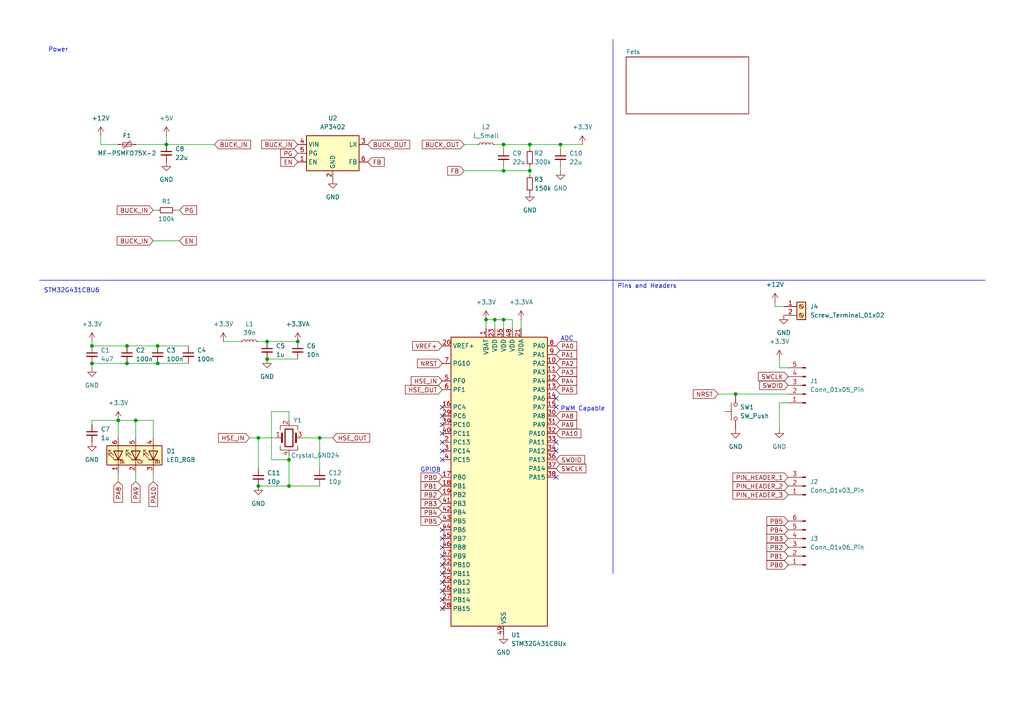
<source format=kicad_sch>
(kicad_sch (version 20230121) (generator eeschema)
  (paper "A4")
  (title_block (title "HDD Payload ESC") (date "2024-09-01") (rev "1"))
  (lib_symbols
    (symbol "Connector:Conn_01x03_Pin" (pin_names (offset 1.016) hide)
      (property "Reference" "J" (at 0 5.08 0))
      (property "Value" "Conn_01x03_Pin" (at 0 -5.08 0))
      (symbol "Conn_01x03_Pin_1_1"
        (polyline (pts (xy 1.27 -2.54) (xy 0.8636 -2.54)) (stroke (width 0.1524)))
        (polyline (pts (xy 1.27 0) (xy 0.8636 0)) (stroke (width 0.1524)))
        (polyline (pts (xy 1.27 2.54) (xy 0.8636 2.54)) (stroke (width 0.1524)))
        (rectangle (start 0.8636 -2.413) (end 0 -2.667) (stroke (width 0.1524)) (fill (type outline)))
        (rectangle (start 0.8636 0.127) (end 0 -0.127) (stroke (width 0.1524)) (fill (type outline)))
        (rectangle (start 0.8636 2.667) (end 0 2.413) (stroke (width 0.1524)) (fill (type outline)))
        (pin passive line (at 5.08 2.54 180) (length 3.81) (name "Pin_1") (number "1"))
        (pin passive line (at 5.08 0 180) (length 3.81) (name "Pin_2") (number "2"))
        (pin passive line (at 5.08 -2.54 180) (length 3.81) (name "Pin_3") (number "3"))
      )
    )
    (symbol "Connector:Conn_01x05_Pin" (pin_names (offset 1.016) hide)
      (property "Reference" "J" (at 0 7.62 0))
      (property "Value" "Conn_01x05_Pin" (at 0 -7.62 0))
      (symbol "Conn_01x05_Pin_1_1"
        (polyline (pts (xy 1.27 -5.08) (xy 0.8636 -5.08)) (stroke (width 0.1524)))
        (polyline (pts (xy 1.27 -2.54) (xy 0.8636 -2.54)) (stroke (width 0.1524)))
        (polyline (pts (xy 1.27 0) (xy 0.8636 0)) (stroke (width 0.1524)))
        (polyline (pts (xy 1.27 2.54) (xy 0.8636 2.54)) (stroke (width 0.1524)))
        (polyline (pts (xy 1.27 5.08) (xy 0.8636 5.08)) (stroke (width 0.1524)))
        (rectangle (start 0.8636 -4.953) (end 0 -5.207) (stroke (width 0.1524)) (fill (type outline)))
        (rectangle (start 0.8636 -2.413) (end 0 -2.667) (stroke (width 0.1524)) (fill (type outline)))
        (rectangle (start 0.8636 0.127) (end 0 -0.127) (stroke (width 0.1524)) (fill (type outline)))
        (rectangle (start 0.8636 2.667) (end 0 2.413) (stroke (width 0.1524)) (fill (type outline)))
        (rectangle (start 0.8636 5.207) (end 0 4.953) (stroke (width 0.1524)) (fill (type outline)))
        (pin passive line (at 5.08 5.08 180) (length 3.81) (name "Pin_1") (number "1"))
        (pin passive line (at 5.08 2.54 180) (length 3.81) (name "Pin_2") (number "2"))
        (pin passive line (at 5.08 0 180) (length 3.81) (name "Pin_3") (number "3"))
        (pin passive line (at 5.08 -2.54 180) (length 3.81) (name "Pin_4") (number "4"))
        (pin passive line (at 5.08 -5.08 180) (length 3.81) (name "Pin_5") (number "5"))
      )
    )
    (symbol "Connector:Conn_01x06_Pin" (pin_names (offset 1.016) hide)
      (property "Reference" "J" (at 0 7.62 0))
      (property "Value" "Conn_01x06_Pin" (at 0 -10.16 0))
      (symbol "Conn_01x06_Pin_1_1"
        (polyline (pts (xy 1.27 -7.62) (xy 0.8636 -7.62)) (stroke (width 0.1524)))
        (polyline (pts (xy 1.27 -5.08) (xy 0.8636 -5.08)) (stroke (width 0.1524)))
        (polyline (pts (xy 1.27 -2.54) (xy 0.8636 -2.54)) (stroke (width 0.1524)))
        (polyline (pts (xy 1.27 0) (xy 0.8636 0)) (stroke (width 0.1524)))
        (polyline (pts (xy 1.27 2.54) (xy 0.8636 2.54)) (stroke (width 0.1524)))
        (polyline (pts (xy 1.27 5.08) (xy 0.8636 5.08)) (stroke (width 0.1524)))
        (rectangle (start 0.8636 -7.493) (end 0 -7.747) (stroke (width 0.1524)) (fill (type outline)))
        (rectangle (start 0.8636 -4.953) (end 0 -5.207) (stroke (width 0.1524)) (fill (type outline)))
        (rectangle (start 0.8636 -2.413) (end 0 -2.667) (stroke (width 0.1524)) (fill (type outline)))
        (rectangle (start 0.8636 0.127) (end 0 -0.127) (stroke (width 0.1524)) (fill (type outline)))
        (rectangle (start 0.8636 2.667) (end 0 2.413) (stroke (width 0.1524)) (fill (type outline)))
        (rectangle (start 0.8636 5.207) (end 0 4.953) (stroke (width 0.1524)) (fill (type outline)))
        (pin passive line (at 5.08 5.08 180) (length 3.81) (name "Pin_1") (number "1"))
        (pin passive line (at 5.08 2.54 180) (length 3.81) (name "Pin_2") (number "2"))
        (pin passive line (at 5.08 0 180) (length 3.81) (name "Pin_3") (number "3"))
        (pin passive line (at 5.08 -2.54 180) (length 3.81) (name "Pin_4") (number "4"))
        (pin passive line (at 5.08 -5.08 180) (length 3.81) (name "Pin_5") (number "5"))
        (pin passive line (at 5.08 -7.62 180) (length 3.81) (name "Pin_6") (number "6"))
      )
    )
    (symbol "Connector:Screw_Terminal_01x02" (pin_names (offset 1.016) hide)
      (property "Reference" "J" (at 0 2.54 0))
      (property "Value" "Screw_Terminal_01x02" (at 0 -5.08 0))
      (symbol "Screw_Terminal_01x02_1_1"
        (rectangle (start -1.27 1.27) (end 1.27 -3.81) (stroke (width 0.254)) (fill (type background)))
        (circle (center 0 -2.54) (radius 0.635) (stroke (width 0.1524)))
        (polyline (pts (xy -0.5334 -2.2098) (xy 0.3302 -3.048)) (stroke (width 0.1524)))
        (polyline (pts (xy -0.5334 0.3302) (xy 0.3302 -0.508)) (stroke (width 0.1524)))
        (polyline (pts (xy -0.3556 -2.032) (xy 0.508 -2.8702)) (stroke (width 0.1524)))
        (polyline (pts (xy -0.3556 0.508) (xy 0.508 -0.3302)) (stroke (width 0.1524)))
        (circle (center 0 0) (radius 0.635) (stroke (width 0.1524)))
        (pin passive line (at -5.08 0 0) (length 3.81) (name "Pin_1") (number "1"))
        (pin passive line (at -5.08 -2.54 0) (length 3.81) (name "Pin_2") (number "2"))
      )
    )
    (symbol "Device:C_Small" (pin_numbers hide) (pin_names (offset 0.254) hide)
      (property "Reference" "C" (at 0.254 1.778 0))
      (property "Value" "C_Small" (at 0.254 -2.032 0))
      (symbol "C_Small_0_1"
        (polyline (pts (xy -1.524 -0.508) (xy 1.524 -0.508)) (stroke (width 0.3302)))
        (polyline (pts (xy -1.524 0.508) (xy 1.524 0.508)) (stroke (width 0.3048)))
      )
      (symbol "C_Small_1_1"
        (pin passive line (at 0 2.54 270) (length 2.032) (name "~") (number "1"))
        (pin passive line (at 0 -2.54 90) (length 2.032) (name "~") (number "2"))
      )
    )
    (symbol "Device:Crystal_GND24" (pin_names (offset 1.016) hide)
      (property "Reference" "Y" (at 3.175 5.08 0))
      (property "Value" "Crystal_GND24" (at 3.175 3.175 0))
      (symbol "Crystal_GND24_0_1"
        (rectangle (start -1.143 2.54) (end 1.143 -2.54) (stroke (width 0.3048)))
        (polyline (pts (xy -2.54 0) (xy -2.032 0)))
        (polyline (pts (xy -2.032 -1.27) (xy -2.032 1.27)) (stroke (width 0.508)))
        (polyline (pts (xy 0 -3.81) (xy 0 -3.556)))
        (polyline (pts (xy 0 3.556) (xy 0 3.81)))
        (polyline (pts (xy 2.032 -1.27) (xy 2.032 1.27)) (stroke (width 0.508)))
        (polyline (pts (xy 2.032 0) (xy 2.54 0)))
        (polyline (pts (xy -2.54 -2.286) (xy -2.54 -3.556) (xy 2.54 -3.556) (xy 2.54 -2.286)))
        (polyline (pts (xy -2.54 2.286) (xy -2.54 3.556) (xy 2.54 3.556) (xy 2.54 2.286)))
      )
      (symbol "Crystal_GND24_1_1"
        (pin passive line (at -3.81 0 0) (length 1.27) (name "1") (number "1"))
        (pin passive line (at 0 5.08 270) (length 1.27) (name "2") (number "2"))
        (pin passive line (at 3.81 0 180) (length 1.27) (name "3") (number "3"))
        (pin passive line (at 0 -5.08 90) (length 1.27) (name "4") (number "4"))
      )
    )
    (symbol "Device:LED_RGB" (pin_names (offset 0) hide)
      (property "Reference" "D" (at 0 9.398 0))
      (property "Value" "LED_RGB" (at 0 -8.89 0))
      (symbol "LED_RGB_0_0"
        (text "B" (at -1.905 -6.35 0) (effects (font (size 1.27 1.27))))
        (text "G" (at -1.905 -1.27 0) (effects (font (size 1.27 1.27))))
        (text "R" (at -1.905 3.81 0) (effects (font (size 1.27 1.27))))
      )
      (symbol "LED_RGB_0_1"
        (polyline (pts (xy -1.27 -5.08) (xy -2.54 -5.08)))
        (polyline (pts (xy -1.27 -5.08) (xy 1.27 -5.08)))
        (polyline (pts (xy -1.27 -3.81) (xy -1.27 -6.35)) (stroke (width 0.254)))
        (polyline (pts (xy -1.27 0) (xy -2.54 0)))
        (polyline (pts (xy -1.27 1.27) (xy -1.27 -1.27)) (stroke (width 0.254)))
        (polyline (pts (xy -1.27 5.08) (xy -2.54 5.08)))
        (polyline (pts (xy -1.27 5.08) (xy 1.27 5.08)))
        (polyline (pts (xy -1.27 6.35) (xy -1.27 3.81)) (stroke (width 0.254)))
        (polyline (pts (xy 1.27 -5.08) (xy 2.54 -5.08)))
        (polyline (pts (xy 1.27 0) (xy -1.27 0)))
        (polyline (pts (xy 1.27 0) (xy 2.54 0)))
        (polyline (pts (xy 1.27 5.08) (xy 2.54 5.08)))
        (polyline (pts (xy -1.27 1.27) (xy -1.27 -1.27) (xy -1.27 -1.27)))
        (polyline (pts (xy -1.27 6.35) (xy -1.27 3.81) (xy -1.27 3.81)))
        (polyline (pts (xy 1.27 -3.81) (xy 1.27 -6.35) (xy -1.27 -5.08) (xy 1.27 -3.81)) (stroke (width 0.254)))
        (polyline (pts (xy 1.27 1.27) (xy 1.27 -1.27) (xy -1.27 0) (xy 1.27 1.27)) (stroke (width 0.254)))
        (polyline (pts (xy 1.27 6.35) (xy 1.27 3.81) (xy -1.27 5.08) (xy 1.27 6.35)) (stroke (width 0.254)))
        (polyline (pts (xy -1.016 -3.81) (xy 0.508 -2.286) (xy -0.254 -2.286) (xy 0.508 -2.286) (xy 0.508 -3.048)))
        (polyline (pts (xy -1.016 1.27) (xy 0.508 2.794) (xy -0.254 2.794) (xy 0.508 2.794) (xy 0.508 2.032)))
        (polyline (pts (xy -1.016 6.35) (xy 0.508 7.874) (xy -0.254 7.874) (xy 0.508 7.874) (xy 0.508 7.112)))
        (polyline (pts (xy 0 -3.81) (xy 1.524 -2.286) (xy 0.762 -2.286) (xy 1.524 -2.286) (xy 1.524 -3.048)))
        (polyline (pts (xy 0 1.27) (xy 1.524 2.794) (xy 0.762 2.794) (xy 1.524 2.794) (xy 1.524 2.032)))
        (polyline (pts (xy 0 6.35) (xy 1.524 7.874) (xy 0.762 7.874) (xy 1.524 7.874) (xy 1.524 7.112)))
        (rectangle (start 1.27 -1.27) (end 1.27 1.27))
        (rectangle (start 1.27 1.27) (end 1.27 1.27))
        (rectangle (start 1.27 3.81) (end 1.27 6.35))
        (rectangle (start 1.27 6.35) (end 1.27 6.35))
        (rectangle (start 2.794 8.382) (end -2.794 -7.62) (stroke (width 0.254)) (fill (type background)))
      )
      (symbol "LED_RGB_1_1"
        (pin passive line (at -5.08 5.08 0) (length 2.54) (name "RK") (number "1"))
        (pin passive line (at -5.08 0 0) (length 2.54) (name "GK") (number "2"))
        (pin passive line (at -5.08 -5.08 0) (length 2.54) (name "BK") (number "3"))
        (pin passive line (at 5.08 -5.08 180) (length 2.54) (name "BA") (number "4"))
        (pin passive line (at 5.08 0 180) (length 2.54) (name "GA") (number "5"))
        (pin passive line (at 5.08 5.08 180) (length 2.54) (name "RA") (number "6"))
      )
    )
    (symbol "Device:L_Small" (pin_numbers hide) (pin_names (offset 0.254) hide)
      (property "Reference" "L" (at 0.762 1.016 0))
      (property "Value" "L_Small" (at 0.762 -1.016 0))
      (symbol "L_Small_0_1"
        (arc (start 0 -2.032) (mid 0.5058 -1.524) (end 0 -1.016))
        (arc (start 0 -1.016) (mid 0.5058 -0.508) (end 0 0))
        (arc (start 0 0) (mid 0.5058 0.508) (end 0 1.016))
        (arc (start 0 1.016) (mid 0.5058 1.524) (end 0 2.032))
      )
      (symbol "L_Small_1_1"
        (pin passive line (at 0 2.54 270) (length 0.508) (name "~") (number "1"))
        (pin passive line (at 0 -2.54 90) (length 0.508) (name "~") (number "2"))
      )
    )
    (symbol "Device:Polyfuse_Small" (pin_numbers hide) (pin_names (offset 0))
      (property "Reference" "F" (at -1.905 0 90))
      (property "Value" "Polyfuse_Small" (at 1.905 0 90))
      (symbol "Polyfuse_Small_0_1"
        (rectangle (start -0.508 1.27) (end 0.508 -1.27))
        (polyline (pts (xy 0 2.54) (xy 0 -2.54)))
        (polyline (pts (xy -1.016 1.27) (xy -1.016 0.762) (xy 1.016 -0.762) (xy 1.016 -1.27)))
      )
      (symbol "Polyfuse_Small_1_1"
        (pin passive line (at 0 2.54 270) (length 0.635) (name "~") (number "1"))
        (pin passive line (at 0 -2.54 90) (length 0.635) (name "~") (number "2"))
      )
    )
    (symbol "Device:R_Small" (pin_numbers hide) (pin_names (offset 0.254) hide)
      (property "Reference" "R" (at 0.762 0.508 0))
      (property "Value" "R_Small" (at 0.762 -1.016 0))
      (symbol "R_Small_0_1"
        (rectangle (start -0.762 1.778) (end 0.762 -1.778) (stroke (width 0.2032)))
      )
      (symbol "R_Small_1_1"
        (pin passive line (at 0 2.54 270) (length 0.762) (name "~") (number "1"))
        (pin passive line (at 0 -2.54 90) (length 0.762) (name "~") (number "2"))
      )
    )
    (symbol "MCU_ST_STM32G4:STM32G431CBUx"
      (property "Reference" "U" (at -12.7 44.45 0))
      (property "Value" "STM32G431CBUx" (at 10.16 44.45 0))
      (symbol "STM32G431CBUx_0_1"
        (rectangle (start -12.7 -40.64) (end 15.24 43.18) (stroke (width 0.254)) (fill (type background)))
      )
      (symbol "STM32G431CBUx_1_1"
        (pin power_in line (at -2.54 45.72 270) (length 2.54) (name "VBAT") (number "1"))
        (pin bidirectional line (at 17.78 35.56 180) (length 2.54) (name "PA2") (number "10"))
        (pin bidirectional line (at 17.78 33.02 180) (length 2.54) (name "PA3") (number "11"))
        (pin bidirectional line (at 17.78 30.48 180) (length 2.54) (name "PA4") (number "12"))
        (pin bidirectional line (at 17.78 27.94 180) (length 2.54) (name "PA5") (number "13"))
        (pin bidirectional line (at 17.78 25.4 180) (length 2.54) (name "PA6") (number "14"))
        (pin bidirectional line (at 17.78 22.86 180) (length 2.54) (name "PA7") (number "15"))
        (pin bidirectional line (at -15.24 22.86 0) (length 2.54) (name "PC4") (number "16"))
        (pin bidirectional line (at -15.24 2.54 0) (length 2.54) (name "PB0") (number "17"))
        (pin bidirectional line (at -15.24 0 0) (length 2.54) (name "PB1") (number "18"))
        (pin bidirectional line (at -15.24 -2.54 0) (length 2.54) (name "PB2") (number "19"))
        (pin bidirectional line (at -15.24 12.7 0) (length 2.54) (name "PC13") (number "2"))
        (pin input line (at -15.24 40.64 0) (length 2.54) (name "VREF+") (number "20"))
        (pin power_in line (at 7.62 45.72 270) (length 2.54) (name "VDDA") (number "21"))
        (pin bidirectional line (at -15.24 -22.86 0) (length 2.54) (name "PB10") (number "22"))
        (pin power_in line (at 0 45.72 270) (length 2.54) (name "VDD") (number "23"))
        (pin bidirectional line (at -15.24 -25.4 0) (length 2.54) (name "PB11") (number "24"))
        (pin bidirectional line (at -15.24 -27.94 0) (length 2.54) (name "PB12") (number "25"))
        (pin bidirectional line (at -15.24 -30.48 0) (length 2.54) (name "PB13") (number "26"))
        (pin bidirectional line (at -15.24 -33.02 0) (length 2.54) (name "PB14") (number "27"))
        (pin bidirectional line (at -15.24 -35.56 0) (length 2.54) (name "PB15") (number "28"))
        (pin bidirectional line (at -15.24 20.32 0) (length 2.54) (name "PC6") (number "29"))
        (pin bidirectional line (at -15.24 10.16 0) (length 2.54) (name "PC14") (number "3"))
        (pin bidirectional line (at 17.78 20.32 180) (length 2.54) (name "PA8") (number "30"))
        (pin bidirectional line (at 17.78 17.78 180) (length 2.54) (name "PA9") (number "31"))
        (pin bidirectional line (at 17.78 15.24 180) (length 2.54) (name "PA10") (number "32"))
        (pin bidirectional line (at 17.78 12.7 180) (length 2.54) (name "PA11") (number "33"))
        (pin bidirectional line (at 17.78 10.16 180) (length 2.54) (name "PA12") (number "34"))
        (pin power_in line (at 2.54 45.72 270) (length 2.54) (name "VDD") (number "35"))
        (pin bidirectional line (at 17.78 7.62 180) (length 2.54) (name "PA13") (number "36"))
        (pin bidirectional line (at 17.78 5.08 180) (length 2.54) (name "PA14") (number "37"))
        (pin bidirectional line (at 17.78 2.54 180) (length 2.54) (name "PA15") (number "38"))
        (pin bidirectional line (at -15.24 17.78 0) (length 2.54) (name "PC10") (number "39"))
        (pin bidirectional line (at -15.24 7.62 0) (length 2.54) (name "PC15") (number "4"))
        (pin bidirectional line (at -15.24 15.24 0) (length 2.54) (name "PC11") (number "40"))
        (pin bidirectional line (at -15.24 -5.08 0) (length 2.54) (name "PB3") (number "41"))
        (pin bidirectional line (at -15.24 -7.62 0) (length 2.54) (name "PB4") (number "42"))
        (pin bidirectional line (at -15.24 -10.16 0) (length 2.54) (name "PB5") (number "43"))
        (pin bidirectional line (at -15.24 -12.7 0) (length 2.54) (name "PB6") (number "44"))
        (pin bidirectional line (at -15.24 -15.24 0) (length 2.54) (name "PB7") (number "45"))
        (pin bidirectional line (at -15.24 -17.78 0) (length 2.54) (name "PB8") (number "46"))
        (pin bidirectional line (at -15.24 -20.32 0) (length 2.54) (name "PB9") (number "47"))
        (pin power_in line (at 5.08 45.72 270) (length 2.54) (name "VDD") (number "48"))
        (pin power_in line (at 2.54 -43.18 90) (length 2.54) (name "VSS") (number "49"))
        (pin bidirectional line (at -15.24 30.48 0) (length 2.54) (name "PF0") (number "5"))
        (pin bidirectional line (at -15.24 27.94 0) (length 2.54) (name "PF1") (number "6"))
        (pin bidirectional line (at -15.24 35.56 0) (length 2.54) (name "PG10") (number "7"))
        (pin bidirectional line (at 17.78 40.64 180) (length 2.54) (name "PA0") (number "8"))
        (pin bidirectional line (at 17.78 38.1 180) (length 2.54) (name "PA1") (number "9"))
      )
    )
    (symbol "Regulator_Switching:AP3402"
      (property "Reference" "U" (at -7.62 6.35 0))
      (property "Value" "AP3402" (at 5.08 6.35 0))
      (symbol "AP3402_0_1"
        (rectangle (start -7.62 5.08) (end 7.62 -5.08) (stroke (width 0.254)) (fill (type background)))
      )
      (symbol "AP3402_1_1"
        (pin input line (at -10.16 -2.54 0) (length 2.54) (name "EN") (number "1"))
        (pin power_in line (at 0 -7.62 90) (length 2.54) (name "GND") (number "2"))
        (pin power_out line (at 10.16 2.54 180) (length 2.54) (name "LX") (number "3"))
        (pin power_in line (at -10.16 2.54 0) (length 2.54) (name "VIN") (number "4"))
        (pin input line (at -10.16 0 0) (length 2.54) (name "PG") (number "5"))
        (pin input line (at 10.16 -2.54 180) (length 2.54) (name "FB") (number "6"))
      )
    )
    (symbol "Switch:SW_Push" (pin_numbers hide) (pin_names (offset 1.016) hide)
      (property "Reference" "SW" (at 1.27 2.54 0))
      (property "Value" "SW_Push" (at 0 -1.524 0))
      (symbol "SW_Push_0_1"
        (circle (center -2.032 0) (radius 0.508))
        (polyline (pts (xy 0 1.27) (xy 0 3.048)))
        (polyline (pts (xy 2.54 1.27) (xy -2.54 1.27)))
        (circle (center 2.032 0) (radius 0.508))
        (pin passive line (at -5.08 0 0) (length 2.54) (name "1") (number "1"))
        (pin passive line (at 5.08 0 180) (length 2.54) (name "2") (number "2"))
      )
    )
    (symbol "power:+12V" (power) (pin_names (offset 0))
      (property "Value" "+12V" (at 0 3.556 0))
      (symbol "+12V_0_1"
        (polyline (pts (xy -0.762 1.27) (xy 0 2.54)))
        (polyline (pts (xy 0 0) (xy 0 2.54)))
        (polyline (pts (xy 0 2.54) (xy 0.762 1.27)))
      )
      (symbol "+12V_1_1"
        (pin power_in line (at 0 0 90) (length 0) hide (name "+12V") (number "1"))
      )
    )
    (symbol "power:+3.3V" (power) (pin_names (offset 0))
      (property "Value" "+3.3V" (at 0 3.556 0))
      (symbol "+3.3V_0_1"
        (polyline (pts (xy -0.762 1.27) (xy 0 2.54)))
        (polyline (pts (xy 0 0) (xy 0 2.54)))
        (polyline (pts (xy 0 2.54) (xy 0.762 1.27)))
      )
      (symbol "+3.3V_1_1"
        (pin power_in line (at 0 0 90) (length 0) hide (name "+3.3V") (number "1"))
      )
    )
    (symbol "power:+3.3VA" (power) (pin_names (offset 0))
      (property "Value" "+3.3VA" (at 0 3.556 0))
      (symbol "+3.3VA_0_1"
        (polyline (pts (xy -0.762 1.27) (xy 0 2.54)))
        (polyline (pts (xy 0 0) (xy 0 2.54)))
        (polyline (pts (xy 0 2.54) (xy 0.762 1.27)))
      )
      (symbol "+3.3VA_1_1"
        (pin power_in line (at 0 0 90) (length 0) hide (name "+3.3VA") (number "1"))
      )
    )
    (symbol "power:+5V" (power) (pin_names (offset 0))
      (property "Value" "+5V" (at 0 3.556 0))
      (symbol "+5V_0_1"
        (polyline (pts (xy -0.762 1.27) (xy 0 2.54)))
        (polyline (pts (xy 0 0) (xy 0 2.54)))
        (polyline (pts (xy 0 2.54) (xy 0.762 1.27)))
      )
      (symbol "+5V_1_1"
        (pin power_in line (at 0 0 90) (length 0) hide (name "+5V") (number "1"))
      )
    )
    (symbol "power:GND" (power) (pin_names (offset 0))
      (property "Value" "GND" (at 0 -3.81 0))
      (symbol "GND_0_1"
        (polyline (pts (xy 0 0) (xy 0 -1.27) (xy 1.27 -1.27) (xy 0 -2.54) (xy -1.27 -1.27) (xy 0 -1.27)))
      )
      (symbol "GND_1_1"
        (pin power_in line (at 0 0 270) (length 0) hide (name "GND") (number "1"))
      )
    )
  )
  (junction (at 34.29 121.92))
  (junction (at 39.37 121.92))
  (junction (at 74.93 127))
  (junction (at 92.71 127))
  (junction (at 77.47 99.06))
  (junction (at 77.47 104.14))
  (junction (at 213.36 114.3))
  (junction (at 162.56 41.91))
  (junction (at 146.05 49.53))
  (junction (at 83.82 140.97))
  (junction (at 36.83 100.33))
  (junction (at 48.26 41.91))
  (junction (at 26.67 105.41))
  (junction (at 86.36 99.06))
  (junction (at 36.83 105.41))
  (junction (at 153.67 49.53))
  (junction (at 83.82 133.35))
  (junction (at 153.67 41.91))
  (junction (at 74.93 140.97))
  (junction (at 143.51 92.71))
  (junction (at 45.72 105.41))
  (junction (at 45.72 100.33))
  (junction (at 146.05 92.71))
  (junction (at 140.97 92.71))
  (junction (at 146.05 41.91))
  (junction (at 26.67 100.33))
  (no_connect (at 128.27 123.19))
  (no_connect (at 128.27 133.35))
  (no_connect (at 128.27 156.21))
  (no_connect (at 161.29 138.43))
  (no_connect (at 128.27 128.27))
  (no_connect (at 161.29 130.81))
  (no_connect (at 128.27 118.11))
  (no_connect (at 161.29 118.11))
  (no_connect (at 161.29 115.57))
  (no_connect (at 128.27 171.45))
  (no_connect (at 128.27 153.67))
  (no_connect (at 128.27 168.91))
  (no_connect (at 128.27 163.83))
  (no_connect (at 128.27 161.29))
  (no_connect (at 128.27 120.65))
  (no_connect (at 128.27 125.73))
  (no_connect (at 128.27 158.75))
  (no_connect (at 128.27 173.99))
  (no_connect (at 161.29 128.27))
  (no_connect (at 128.27 130.81))
  (no_connect (at 128.27 166.37))
  (no_connect (at 128.27 176.53))
  (wire (pts (xy 83.82 121.92) (xy 83.82 119.38)))
  (wire (pts (xy 228.6 116.84) (xy 226.06 116.84)))
  (wire (pts (xy 162.56 48.26) (xy 162.56 49.53)))
  (wire (pts (xy 72.39 127) (xy 74.93 127)))
  (wire (pts (xy 45.72 100.33) (xy 54.61 100.33)))
  (wire (pts (xy 83.82 140.97) (xy 92.71 140.97)))
  (wire (pts (xy 26.67 100.33) (xy 36.83 100.33)))
  (wire (pts (xy 224.79 88.9) (xy 227.33 88.9)))
  (wire (pts (xy 74.93 127) (xy 80.01 127)))
  (wire (pts (xy 146.05 41.91) (xy 153.67 41.91)))
  (wire (pts (xy 77.47 104.14) (xy 86.36 104.14)))
  (wire (pts (xy 83.82 132.08) (xy 83.82 133.35)))
  (wire (pts (xy 226.06 116.84) (xy 226.06 124.46)))
  (wire (pts (xy 34.29 137.16) (xy 34.29 139.7)))
  (wire (pts (xy 45.72 105.41) (xy 54.61 105.41)))
  (wire (pts (xy 36.83 105.41) (xy 45.72 105.41)))
  (wire (pts (xy 148.59 92.71) (xy 148.59 95.25)))
  (wire (pts (xy 39.37 41.91) (xy 48.26 41.91)))
  (wire (pts (xy 224.79 87.63) (xy 224.79 88.9)))
  (wire (pts (xy 143.51 92.71) (xy 146.05 92.71)))
  (wire (pts (xy 44.45 137.16) (xy 44.45 139.7)))
  (wire (pts (xy 48.26 39.37) (xy 48.26 41.91)))
  (wire (pts (xy 29.21 41.91) (xy 34.29 41.91)))
  (wire (pts (xy 77.47 99.06) (xy 74.93 99.06)))
  (wire (pts (xy 74.93 127) (xy 74.93 135.89)))
  (wire (pts (xy 146.05 49.53) (xy 153.67 49.53)))
  (wire (pts (xy 50.8 60.96) (xy 52.07 60.96)))
  (polyline (pts (xy 177.8 81.28) (xy 285.75 81.28)))
  (wire (pts (xy 143.51 41.91) (xy 146.05 41.91)))
  (wire (pts (xy 78.74 133.35) (xy 83.82 133.35)))
  (wire (pts (xy 226.06 104.14) (xy 226.06 106.68)))
  (wire (pts (xy 39.37 121.92) (xy 44.45 121.92)))
  (wire (pts (xy 26.67 121.92) (xy 26.67 123.19)))
  (polyline (pts (xy 177.8 166.37) (xy 177.8 81.28)))
  (wire (pts (xy 226.06 106.68) (xy 228.6 106.68)))
  (wire (pts (xy 44.45 60.96) (xy 45.72 60.96)))
  (wire (pts (xy 34.29 121.92) (xy 26.67 121.92)))
  (wire (pts (xy 64.77 99.06) (xy 69.85 99.06)))
  (wire (pts (xy 162.56 41.91) (xy 168.91 41.91)))
  (wire (pts (xy 34.29 121.92) (xy 34.29 127)))
  (wire (pts (xy 162.56 41.91) (xy 162.56 43.18)))
  (wire (pts (xy 44.45 69.85) (xy 52.07 69.85)))
  (wire (pts (xy 36.83 100.33) (xy 45.72 100.33)))
  (wire (pts (xy 92.71 127) (xy 92.71 135.89)))
  (wire (pts (xy 77.47 99.06) (xy 86.36 99.06)))
  (wire (pts (xy 140.97 92.71) (xy 140.97 95.25)))
  (wire (pts (xy 26.67 105.41) (xy 36.83 105.41)))
  (wire (pts (xy 39.37 137.16) (xy 39.37 139.7)))
  (wire (pts (xy 34.29 121.92) (xy 39.37 121.92)))
  (wire (pts (xy 140.97 92.71) (xy 143.51 92.71)))
  (wire (pts (xy 143.51 92.71) (xy 143.51 95.25)))
  (wire (pts (xy 83.82 133.35) (xy 83.82 140.97)))
  (wire (pts (xy 146.05 92.71) (xy 146.05 95.25)))
  (wire (pts (xy 146.05 92.71) (xy 148.59 92.71)))
  (wire (pts (xy 134.62 49.53) (xy 146.05 49.53)))
  (wire (pts (xy 87.63 127) (xy 92.71 127)))
  (wire (pts (xy 153.67 48.26) (xy 153.67 49.53)))
  (wire (pts (xy 39.37 121.92) (xy 39.37 127)))
  (wire (pts (xy 92.71 127) (xy 96.52 127)))
  (polyline (pts (xy 177.8 11.43) (xy 177.8 81.28)))
  (wire (pts (xy 26.67 105.41) (xy 26.67 106.68)))
  (wire (pts (xy 153.67 41.91) (xy 153.67 43.18)))
  (wire (pts (xy 153.67 49.53) (xy 153.67 50.8)))
  (wire (pts (xy 146.05 48.26) (xy 146.05 49.53)))
  (wire (pts (xy 146.05 41.91) (xy 146.05 43.18)))
  (wire (pts (xy 153.67 41.91) (xy 162.56 41.91)))
  (wire (pts (xy 134.62 41.91) (xy 138.43 41.91)))
  (wire (pts (xy 208.28 114.3) (xy 213.36 114.3)))
  (polyline (pts (xy 11.43 81.28) (xy 177.8 81.28)))
  (wire (pts (xy 74.93 140.97) (xy 83.82 140.97)))
  (wire (pts (xy 213.36 114.3) (xy 228.6 114.3)))
  (wire (pts (xy 29.21 39.37) (xy 29.21 41.91)))
  (wire (pts (xy 26.67 100.33) (xy 26.67 99.06)))
  (wire (pts (xy 78.74 119.38) (xy 78.74 133.35)))
  (wire (pts (xy 151.13 92.71) (xy 151.13 95.25)))
  (wire (pts (xy 44.45 121.92) (xy 44.45 127)))
  (wire (pts (xy 48.26 41.91) (xy 62.23 41.91)))
  (wire (pts (xy 83.82 119.38) (xy 78.74 119.38)))
  (text "Pins and Headers" (at 179.07 83.82 0) (effects (font (size 1.27 1.27)) (justify left bottom)))
  (text "GPIOB" (at 121.92 137.16 0) (effects (font (size 1.27 1.27)) (justify left bottom)))
  (text "PWM Capable" (at 162.56 119.38 0) (effects (font (size 1.27 1.27)) (justify left bottom)))
  (text "ADC" (at 162.56 99.06 0) (effects (font (size 1.27 1.27)) (justify left bottom)))
  (text "STM32G431CBU6" (at 12.7 85.09 0) (effects (font (size 1.27 1.27)) (justify left bottom)))
  (text "Power" (at 13.97 15.24 0) (effects (font (size 1.27 1.27)) (justify left bottom)))
  (global_label "NRST" (shape input) (at 128.27 105.41 180) (property "Intersheetrefs" "${INTERSHEET_REFS}" (effects hide)))
  (global_label "BUCK_IN" (shape input) (at 62.23 41.91 0) (property "Intersheetrefs" "${INTERSHEET_REFS}" (effects hide)))
  (global_label "PB1" (shape input) (at 128.27 140.97 180) (property "Intersheetrefs" "${INTERSHEET_REFS}" (effects hide)))
  (global_label "PA10" (shape input) (at 44.45 139.7 270) (property "Intersheetrefs" "${INTERSHEET_REFS}" (effects hide)))
  (global_label "BUCK_IN" (shape input) (at 44.45 69.85 180) (property "Intersheetrefs" "${INTERSHEET_REFS}" (effects hide)))
  (global_label "SWDIO" (shape input) (at 228.6 111.76 180) (property "Intersheetrefs" "${INTERSHEET_REFS}" (effects hide)))
  (global_label "SWDIO" (shape input) (at 161.29 133.35 0) (property "Intersheetrefs" "${INTERSHEET_REFS}" (effects hide)))
  (global_label "FB" (shape input) (at 106.68 46.99 0) (property "Intersheetrefs" "${INTERSHEET_REFS}" (effects hide)))
  (global_label "FB" (shape input) (at 134.62 49.53 180) (property "Intersheetrefs" "${INTERSHEET_REFS}" (effects hide)))
  (global_label "PB4" (shape input) (at 228.6 153.67 180) (property "Intersheetrefs" "${INTERSHEET_REFS}" (effects hide)))
  (global_label "PA10" (shape input) (at 161.29 125.73 0) (property "Intersheetrefs" "${INTERSHEET_REFS}" (effects hide)))
  (global_label "PA2" (shape input) (at 161.29 105.41 0) (property "Intersheetrefs" "${INTERSHEET_REFS}" (effects hide)))
  (global_label "PA8" (shape input) (at 34.29 139.7 270) (property "Intersheetrefs" "${INTERSHEET_REFS}" (effects hide)))
  (global_label "PA9" (shape input) (at 161.29 123.19 0) (property "Intersheetrefs" "${INTERSHEET_REFS}" (effects hide)))
  (global_label "PB0" (shape input) (at 128.27 138.43 180) (property "Intersheetrefs" "${INTERSHEET_REFS}" (effects hide)))
  (global_label "PB3" (shape input) (at 128.27 146.05 180) (property "Intersheetrefs" "${INTERSHEET_REFS}" (effects hide)))
  (global_label "HSE_OUT" (shape input) (at 128.27 113.03 180) (property "Intersheetrefs" "${INTERSHEET_REFS}" (effects hide)))
  (global_label "PIN_HEADER_2" (shape input) (at 228.6 140.97 180) (property "Intersheetrefs" "${INTERSHEET_REFS}" (effects hide)))
  (global_label "HSE_IN" (shape input) (at 128.27 110.49 180) (property "Intersheetrefs" "${INTERSHEET_REFS}" (effects hide)))
  (global_label "PA0" (shape input) (at 161.29 100.33 0) (property "Intersheetrefs" "${INTERSHEET_REFS}" (effects hide)))
  (global_label "SWCLK" (shape input) (at 228.6 109.22 180) (property "Intersheetrefs" "${INTERSHEET_REFS}" (effects hide)))
  (global_label "PB2" (shape input) (at 228.6 158.75 180) (property "Intersheetrefs" "${INTERSHEET_REFS}" (effects hide)))
  (global_label "NRST" (shape input) (at 208.28 114.3 180) (property "Intersheetrefs" "${INTERSHEET_REFS}" (effects hide)))
  (global_label "BUCK_IN" (shape input) (at 44.45 60.96 180) (property "Intersheetrefs" "${INTERSHEET_REFS}" (effects hide)))
  (global_label "SWCLK" (shape input) (at 161.29 135.89 0) (property "Intersheetrefs" "${INTERSHEET_REFS}" (effects hide)))
  (global_label "PA1" (shape input) (at 161.29 102.87 0) (property "Intersheetrefs" "${INTERSHEET_REFS}" (effects hide)))
  (global_label "EN" (shape input) (at 52.07 69.85 0) (property "Intersheetrefs" "${INTERSHEET_REFS}" (effects hide)))
  (global_label "PG" (shape input) (at 86.36 44.45 180) (property "Intersheetrefs" "${INTERSHEET_REFS}" (effects hide)))
  (global_label "PB3" (shape input) (at 228.6 156.21 180) (property "Intersheetrefs" "${INTERSHEET_REFS}" (effects hide)))
  (global_label "PB1" (shape input) (at 228.6 161.29 180) (property "Intersheetrefs" "${INTERSHEET_REFS}" (effects hide)))
  (global_label "PA9" (shape input) (at 39.37 139.7 270) (property "Intersheetrefs" "${INTERSHEET_REFS}" (effects hide)))
  (global_label "BUCK_IN" (shape input) (at 86.36 41.91 180) (property "Intersheetrefs" "${INTERSHEET_REFS}" (effects hide)))
  (global_label "BUCK_OUT" (shape input) (at 106.68 41.91 0) (property "Intersheetrefs" "${INTERSHEET_REFS}" (effects hide)))
  (global_label "PA8" (shape input) (at 161.29 120.65 0) (property "Intersheetrefs" "${INTERSHEET_REFS}" (effects hide)))
  (global_label "PG" (shape input) (at 52.07 60.96 0) (property "Intersheetrefs" "${INTERSHEET_REFS}" (effects hide)))
  (global_label "PIN_HEADER_1" (shape input) (at 228.6 138.43 180) (property "Intersheetrefs" "${INTERSHEET_REFS}" (effects hide)))
  (global_label "VREF+" (shape input) (at 128.27 100.33 180) (property "Intersheetrefs" "${INTERSHEET_REFS}" (effects hide)))
  (global_label "PB2" (shape input) (at 128.27 143.51 180) (property "Intersheetrefs" "${INTERSHEET_REFS}" (effects hide)))
  (global_label "PA4" (shape input) (at 161.29 110.49 0) (property "Intersheetrefs" "${INTERSHEET_REFS}" (effects hide)))
  (global_label "EN" (shape input) (at 86.36 46.99 180) (property "Intersheetrefs" "${INTERSHEET_REFS}" (effects hide)))
  (global_label "PB5" (shape input) (at 128.27 151.13 180) (property "Intersheetrefs" "${INTERSHEET_REFS}" (effects hide)))
  (global_label "PB5" (shape input) (at 228.6 151.13 180) (property "Intersheetrefs" "${INTERSHEET_REFS}" (effects hide)))
  (global_label "BUCK_OUT" (shape input) (at 134.62 41.91 180) (property "Intersheetrefs" "${INTERSHEET_REFS}" (effects hide)))
  (global_label "PB4" (shape input) (at 128.27 148.59 180) (property "Intersheetrefs" "${INTERSHEET_REFS}" (effects hide)))
  (global_label "PB0" (shape input) (at 228.6 163.83 180) (property "Intersheetrefs" "${INTERSHEET_REFS}" (effects hide)))
  (global_label "PA3" (shape input) (at 161.29 107.95 0) (property "Intersheetrefs" "${INTERSHEET_REFS}" (effects hide)))
  (global_label "HSE_OUT" (shape input) (at 96.52 127 0) (property "Intersheetrefs" "${INTERSHEET_REFS}" (effects hide)))
  (global_label "HSE_IN" (shape input) (at 72.39 127 180) (property "Intersheetrefs" "${INTERSHEET_REFS}" (effects hide)))
  (global_label "PIN_HEADER_3" (shape input) (at 228.6 143.51 180) (property "Intersheetrefs" "${INTERSHEET_REFS}" (effects hide)))
  (global_label "PA5" (shape input) (at 161.29 113.03 0) (property "Intersheetrefs" "${INTERSHEET_REFS}" (effects hide)))
  (symbol (lib_id "Device:C_Small") (at 26.67 102.87 0) (unit 1)
    (property "Reference" "C1" (at 29.21 101.6063 0) (effects (justify left)))
    (property "Value" "4u7" (at 29.21 104.1463 0) (effects (justify left)))
  )
  (symbol (lib_id "Device:C_Small") (at 54.61 102.87 0) (unit 1)
    (property "Reference" "C4" (at 57.15 101.6063 0) (effects (justify left)))
    (property "Value" "100n" (at 57.15 104.1463 0) (effects (justify left)))
  )
  (symbol (lib_id "power:+3.3V") (at 26.67 99.06 0) (unit 1)
    (property "Reference" "#PWR03" (effects hide))
    (property "Value" "+3.3V" (at 26.67 93.98 0))
  )
  (symbol (lib_id "Device:C_Small") (at 36.83 102.87 0) (unit 1)
    (property "Reference" "C2" (at 39.37 101.6063 0) (effects (justify left)))
    (property "Value" "100n" (at 39.37 104.1463 0) (effects (justify left)))
  )
  (symbol (lib_id "Device:C_Small") (at 26.67 125.73 0) (unit 1)
    (property "Reference" "C7" (at 29.21 124.4663 0) (effects (justify left)))
    (property "Value" "1u" (at 29.21 127.0063 0) (effects (justify left)))
    (property "Footprint" "Capacitor_SMD:C_0402_1005Metric" (effects hide))
  )
  (symbol (lib_id "power:GND") (at 162.56 49.53 0) (unit 1)
    (property "Reference" "#PWR016" (effects hide))
    (property "Value" "GND" (at 162.56 54.61 0))
  )
  (symbol (lib_id "Device:C_Small") (at 74.93 138.43 0) (unit 1)
    (property "Reference" "C11" (at 77.47 137.1663 0) (effects (justify left)))
    (property "Value" "10p" (at 77.47 139.7063 0) (effects (justify left)))
    (property "Footprint" "Capacitor_SMD:C_0402_1005Metric" (effects hide))
  )
  (symbol (lib_id "Device:C_Small") (at 86.36 101.6 0) (unit 1)
    (property "Reference" "C6" (at 88.9 100.3363 0) (effects (justify left)))
    (property "Value" "10n" (at 88.9 102.8763 0) (effects (justify left)))
    (property "Footprint" "Capacitor_SMD:C_0402_1005Metric" (effects hide))
  )
  (symbol (lib_id "power:GND") (at 74.93 140.97 0) (unit 1)
    (property "Reference" "#PWR021" (effects hide))
    (property "Value" "GND" (at 74.93 146.05 0))
  )
  (symbol (lib_id "power:GND") (at 146.05 184.15 0) (unit 1)
    (property "Reference" "#PWR08" (effects hide))
    (property "Value" "GND" (at 146.05 189.23 0))
  )
  (symbol (lib_id "Device:C_Small") (at 77.47 101.6 0) (unit 1)
    (property "Reference" "C5" (at 80.01 100.3363 0) (effects (justify left)))
    (property "Value" "1u" (at 80.01 102.8763 0) (effects (justify left)))
    (property "Footprint" "Capacitor_SMD:C_0402_1005Metric" (effects hide))
  )
  (symbol (lib_id "Device:C_Small") (at 48.26 44.45 0) (unit 1)
    (property "Reference" "C8" (at 50.8 43.1863 0) (effects (justify left)))
    (property "Value" "22u" (at 50.8 45.7263 0) (effects (justify left)))
  )
  (symbol (lib_id "Device:R_Small") (at 153.67 53.34 180) (unit 1)
    (property "Reference" "R3" (at 156.21 52.07 0))
    (property "Value" "150k" (at 157.48 54.61 0))
  )
  (symbol (lib_id "Device:C_Small") (at 92.71 138.43 0) (unit 1)
    (property "Reference" "C12" (at 95.25 137.1663 0) (effects (justify left)))
    (property "Value" "10p" (at 95.25 139.7063 0) (effects (justify left)))
    (property "Footprint" "Capacitor_SMD:C_0402_1005Metric" (effects hide))
  )
  (symbol (lib_id "Connector:Conn_01x03_Pin") (at 233.68 140.97 180) (unit 1)
    (property "Reference" "J2" (at 234.95 139.7 0) (effects (justify right)))
    (property "Value" "Conn_01x03_Pin" (at 234.95 142.24 0) (effects (justify right)))
  )
  (symbol (lib_id "Device:C_Small") (at 45.72 102.87 0) (unit 1)
    (property "Reference" "C3" (at 48.26 101.6063 0) (effects (justify left)))
    (property "Value" "100n" (at 48.26 104.1463 0) (effects (justify left)))
  )
  (symbol (lib_id "Device:R_Small") (at 153.67 45.72 180) (unit 1)
    (property "Reference" "R2" (at 156.21 44.45 0))
    (property "Value" "300k" (at 157.48 46.99 0))
  )
  (symbol (lib_id "Device:L_Small") (at 140.97 41.91 90) (unit 1)
    (property "Reference" "L2" (at 140.97 36.83 90))
    (property "Value" "L_Small" (at 140.97 39.37 90))
  )
  (symbol (lib_id "Connector:Screw_Terminal_01x02") (at 232.41 88.9 0) (unit 1)
    (property "Reference" "J4" (at 234.95 88.9 0) (effects (justify left)))
    (property "Value" "Screw_Terminal_01x02" (at 234.95 91.44 0) (effects (justify left)))
  )
  (symbol (lib_id "power:GND") (at 227.33 91.44 0) (unit 1)
    (property "Reference" "#PWR023" (effects hide))
    (property "Value" "GND" (at 227.33 96.52 0))
  )
  (symbol (lib_id "Device:L_Small") (at 72.39 99.06 90) (unit 1)
    (property "Reference" "L1" (at 72.39 93.98 90))
    (property "Value" "39n" (at 72.39 96.52 90))
    (property "Footprint" "Inductor_SMD:L_0402_1005Metric" (effects hide))
  )
  (symbol (lib_id "Device:LED_RGB") (at 39.37 132.08 90) (unit 1)
    (property "Reference" "D1" (at 48.26 130.81 90) (effects (justify right)))
    (property "Value" "LED_RGB" (at 48.26 133.35 90) (effects (justify right)))
  )
  (symbol (lib_id "Connector:Conn_01x05_Pin") (at 233.68 111.76 180) (unit 1)
    (property "Reference" "J1" (at 234.95 110.49 0) (effects (justify right)))
    (property "Value" "Conn_01x05_Pin" (at 234.95 113.03 0) (effects (justify right)))
  )
  (symbol (lib_id "MCU_ST_STM32G4:STM32G431CBUx") (at 143.51 140.97 0) (unit 1)
    (property "Reference" "U1" (at 148.2441 184.15 0) (effects (justify left)))
    (property "Value" "STM32G431CBUx" (at 148.2441 186.69 0) (effects (justify left)))
    (property "Footprint" "Package_DFN_QFN:QFN-48-1EP_7x7mm_P0.5mm_EP5.6x5.6mm" (effects hide))
    (property "Datasheet" "https://www.st.com/resource/en/datasheet/stm32g431cb.pdf" (effects hide))
  )
  (symbol (lib_id "Switch:SW_Push") (at 213.36 119.38 90) (unit 1)
    (property "Reference" "SW1" (at 214.63 118.11 90) (effects (justify right)))
    (property "Value" "SW_Push" (at 214.63 120.65 90) (effects (justify right)))
  )
  (symbol (lib_id "Device:C_Small") (at 146.05 45.72 0) (unit 1)
    (property "Reference" "C9" (at 148.59 44.4563 0) (effects (justify left)))
    (property "Value" "22u" (at 148.59 46.9963 0) (effects (justify left)))
  )
  (symbol (lib_id "power:+5V") (at 48.26 39.37 0) (unit 1)
    (property "Reference" "#PWR014" (effects hide))
    (property "Value" "+5V" (at 48.26 34.29 0))
  )
  (symbol (lib_id "power:+3.3V") (at 34.29 121.92 0) (unit 1)
    (property "Reference" "#PWR09" (effects hide))
    (property "Value" "+3.3V" (at 34.29 116.84 0))
  )
  (symbol (lib_id "power:GND") (at 77.47 104.14 0) (unit 1)
    (property "Reference" "#PWR06" (effects hide))
    (property "Value" "GND" (at 77.47 109.22 0))
  )
  (symbol (lib_id "power:GND") (at 96.52 52.07 0) (unit 1)
    (property "Reference" "#PWR013" (effects hide))
    (property "Value" "GND" (at 96.52 57.15 0))
  )
  (symbol (lib_id "power:+12V") (at 224.79 87.63 0) (unit 1)
    (property "Reference" "#PWR022" (effects hide))
    (property "Value" "+12V" (at 224.79 82.55 0))
  )
  (symbol (lib_id "Device:Crystal_GND24") (at 83.82 127 0) (unit 1)
    (property "Reference" "Y1" (at 86.36 121.92 0))
    (property "Value" "Crystal_GND24" (at 91.44 132.08 0))
  )
  (symbol (lib_id "power:GND") (at 26.67 106.68 0) (unit 1)
    (property "Reference" "#PWR04" (effects hide))
    (property "Value" "GND" (at 26.67 111.76 0))
  )
  (symbol (lib_id "power:+3.3VA") (at 151.13 92.71 0) (unit 1)
    (property "Reference" "#PWR02" (effects hide))
    (property "Value" "+3.3VA" (at 151.13 87.63 0))
  )
  (symbol (lib_id "Regulator_Switching:AP3402") (at 96.52 44.45 0) (unit 1)
    (property "Reference" "U2" (at 96.52 34.29 0))
    (property "Value" "AP3402" (at 96.52 36.83 0))
    (property "Footprint" "Package_TO_SOT_SMD:TSOT-23-6" (effects hide))
    (property "Datasheet" "https://www.diodes.com/assets/Datasheets/AP3402.pdf" (effects hide))
  )
  (symbol (lib_id "power:+12V") (at 29.21 39.37 0) (unit 1)
    (property "Reference" "#PWR011" (effects hide))
    (property "Value" "+12V" (at 29.21 34.29 0))
  )
  (symbol (lib_id "power:GND") (at 213.36 124.46 0) (unit 1)
    (property "Reference" "#PWR020" (effects hide))
    (property "Value" "GND" (at 213.36 129.54 0))
  )
  (symbol (lib_id "Device:R_Small") (at 48.26 60.96 90) (unit 1)
    (property "Reference" "R1" (at 48.26 58.42 90))
    (property "Value" "100k" (at 48.26 63.5 90))
  )
  (symbol (lib_id "power:+3.3VA") (at 86.36 99.06 0) (unit 1)
    (property "Reference" "#PWR07" (effects hide))
    (property "Value" "+3.3VA" (at 86.36 93.98 0))
  )
  (symbol (lib_id "Device:Polyfuse_Small") (at 36.83 41.91 90) (unit 1)
    (property "Reference" "F1" (at 36.83 39.37 90))
    (property "Value" "MF-PSMFO75X-2" (at 36.83 44.45 90))
  )
  (symbol (lib_id "Device:C_Small") (at 162.56 45.72 0) (unit 1)
    (property "Reference" "C10" (at 165.1 44.4563 0) (effects (justify left)))
    (property "Value" "22u" (at 165.1 46.9963 0) (effects (justify left)))
  )
  (symbol (lib_id "power:GND") (at 226.06 124.46 0) (unit 1)
    (property "Reference" "#PWR019" (effects hide))
    (property "Value" "GND" (at 226.06 129.54 0))
  )
  (symbol (lib_id "power:+3.3V") (at 64.77 99.06 0) (unit 1)
    (property "Reference" "#PWR05" (effects hide))
    (property "Value" "+3.3V" (at 64.77 93.98 0))
  )
  (symbol (lib_id "power:+3.3V") (at 168.91 41.91 0) (unit 1)
    (property "Reference" "#PWR017" (effects hide))
    (property "Value" "+3.3V" (at 168.91 36.83 0))
  )
  (symbol (lib_id "Connector:Conn_01x06_Pin") (at 233.68 158.75 180) (unit 1)
    (property "Reference" "J3" (at 234.95 156.21 0) (effects (justify right)))
    (property "Value" "Conn_01x06_Pin" (at 234.95 158.75 0) (effects (justify right)))
  )
  (symbol (lib_id "power:GND") (at 26.67 128.27 0) (unit 1)
    (property "Reference" "#PWR010" (effects hide))
    (property "Value" "GND" (at 26.67 133.35 0))
  )
  (symbol (lib_id "power:GND") (at 48.26 46.99 0) (unit 1)
    (property "Reference" "#PWR012" (effects hide))
    (property "Value" "GND" (at 48.26 52.07 0))
  )
  (symbol (lib_id "power:GND") (at 153.67 55.88 0) (unit 1)
    (property "Reference" "#PWR015" (effects hide))
    (property "Value" "GND" (at 153.67 60.96 0))
  )
  (symbol (lib_id "power:+3.3V") (at 226.06 104.14 0) (unit 1)
    (property "Reference" "#PWR018" (effects hide))
    (property "Value" "+3.3V" (at 226.06 99.06 0))
  )
  (symbol (lib_id "power:+3.3V") (at 140.97 92.71 0) (unit 1)
    (property "Reference" "#PWR01" (effects hide))
    (property "Value" "+3.3V" (at 140.97 87.63 0))
  )
  (sheet (at 181.61 16.51) (size 35.56 16.51) (stroke (width 0.1524))
    (property "Sheetname" "Fets" (at 181.61 15.7984 0) (effects (justify left bottom)))
    (property "Sheetfile" "../untitled.kicad_sch" (effects hide))
  )
)
</source>
